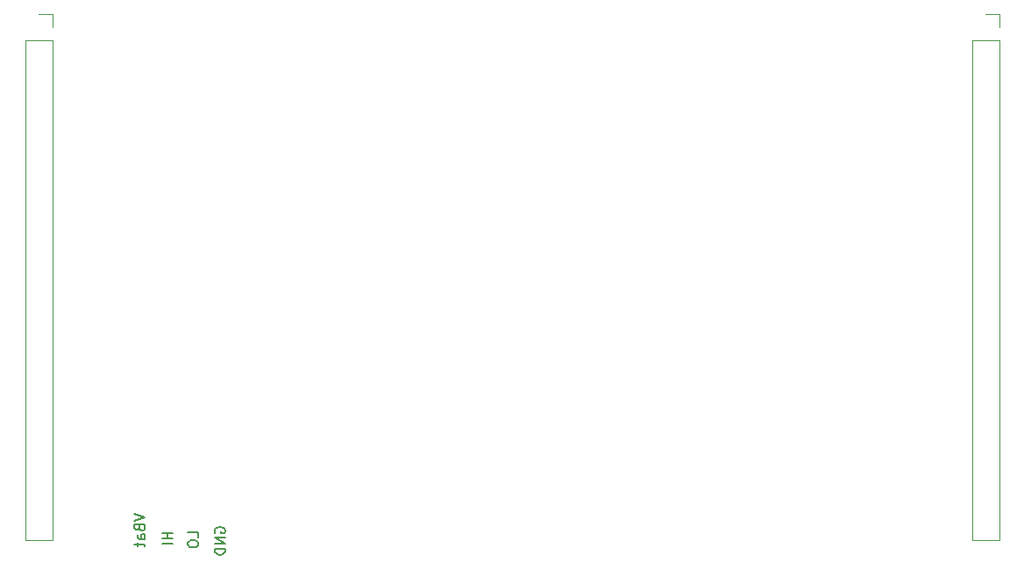
<source format=gbr>
G04 #@! TF.GenerationSoftware,KiCad,Pcbnew,7.0.2-0*
G04 #@! TF.CreationDate,2023-04-27T16:56:16-04:00*
G04 #@! TF.ProjectId,TFT_CAN,5446545f-4341-44e2-9e6b-696361645f70,rev?*
G04 #@! TF.SameCoordinates,Original*
G04 #@! TF.FileFunction,Legend,Bot*
G04 #@! TF.FilePolarity,Positive*
%FSLAX46Y46*%
G04 Gerber Fmt 4.6, Leading zero omitted, Abs format (unit mm)*
G04 Created by KiCad (PCBNEW 7.0.2-0) date 2023-04-27 16:56:16*
%MOMM*%
%LPD*%
G01*
G04 APERTURE LIST*
%ADD10C,0.150000*%
%ADD11C,0.120000*%
G04 APERTURE END LIST*
D10*
X38308619Y-74279191D02*
X37308619Y-74279191D01*
X37784809Y-74279191D02*
X37784809Y-74850619D01*
X38308619Y-74850619D02*
X37308619Y-74850619D01*
X38308619Y-75326810D02*
X37308619Y-75326810D01*
X40797819Y-74715714D02*
X40797819Y-74239524D01*
X40797819Y-74239524D02*
X39797819Y-74239524D01*
X39797819Y-75239524D02*
X39797819Y-75430000D01*
X39797819Y-75430000D02*
X39845438Y-75525238D01*
X39845438Y-75525238D02*
X39940676Y-75620476D01*
X39940676Y-75620476D02*
X40131152Y-75668095D01*
X40131152Y-75668095D02*
X40464485Y-75668095D01*
X40464485Y-75668095D02*
X40654961Y-75620476D01*
X40654961Y-75620476D02*
X40750200Y-75525238D01*
X40750200Y-75525238D02*
X40797819Y-75430000D01*
X40797819Y-75430000D02*
X40797819Y-75239524D01*
X40797819Y-75239524D02*
X40750200Y-75144286D01*
X40750200Y-75144286D02*
X40654961Y-75049048D01*
X40654961Y-75049048D02*
X40464485Y-75001429D01*
X40464485Y-75001429D02*
X40131152Y-75001429D01*
X40131152Y-75001429D02*
X39940676Y-75049048D01*
X39940676Y-75049048D02*
X39845438Y-75144286D01*
X39845438Y-75144286D02*
X39797819Y-75239524D01*
X34641619Y-72469571D02*
X35641619Y-72802904D01*
X35641619Y-72802904D02*
X34641619Y-73136237D01*
X35117809Y-73802904D02*
X35165428Y-73945761D01*
X35165428Y-73945761D02*
X35213047Y-73993380D01*
X35213047Y-73993380D02*
X35308285Y-74040999D01*
X35308285Y-74040999D02*
X35451142Y-74040999D01*
X35451142Y-74040999D02*
X35546380Y-73993380D01*
X35546380Y-73993380D02*
X35594000Y-73945761D01*
X35594000Y-73945761D02*
X35641619Y-73850523D01*
X35641619Y-73850523D02*
X35641619Y-73469571D01*
X35641619Y-73469571D02*
X34641619Y-73469571D01*
X34641619Y-73469571D02*
X34641619Y-73802904D01*
X34641619Y-73802904D02*
X34689238Y-73898142D01*
X34689238Y-73898142D02*
X34736857Y-73945761D01*
X34736857Y-73945761D02*
X34832095Y-73993380D01*
X34832095Y-73993380D02*
X34927333Y-73993380D01*
X34927333Y-73993380D02*
X35022571Y-73945761D01*
X35022571Y-73945761D02*
X35070190Y-73898142D01*
X35070190Y-73898142D02*
X35117809Y-73802904D01*
X35117809Y-73802904D02*
X35117809Y-73469571D01*
X35641619Y-74898142D02*
X35117809Y-74898142D01*
X35117809Y-74898142D02*
X35022571Y-74850523D01*
X35022571Y-74850523D02*
X34974952Y-74755285D01*
X34974952Y-74755285D02*
X34974952Y-74564809D01*
X34974952Y-74564809D02*
X35022571Y-74469571D01*
X35594000Y-74898142D02*
X35641619Y-74802904D01*
X35641619Y-74802904D02*
X35641619Y-74564809D01*
X35641619Y-74564809D02*
X35594000Y-74469571D01*
X35594000Y-74469571D02*
X35498761Y-74421952D01*
X35498761Y-74421952D02*
X35403523Y-74421952D01*
X35403523Y-74421952D02*
X35308285Y-74469571D01*
X35308285Y-74469571D02*
X35260666Y-74564809D01*
X35260666Y-74564809D02*
X35260666Y-74802904D01*
X35260666Y-74802904D02*
X35213047Y-74898142D01*
X34974952Y-75231476D02*
X34974952Y-75612428D01*
X34641619Y-75374333D02*
X35498761Y-75374333D01*
X35498761Y-75374333D02*
X35594000Y-75421952D01*
X35594000Y-75421952D02*
X35641619Y-75517190D01*
X35641619Y-75517190D02*
X35641619Y-75612428D01*
X42436238Y-74295095D02*
X42388619Y-74199857D01*
X42388619Y-74199857D02*
X42388619Y-74057000D01*
X42388619Y-74057000D02*
X42436238Y-73914143D01*
X42436238Y-73914143D02*
X42531476Y-73818905D01*
X42531476Y-73818905D02*
X42626714Y-73771286D01*
X42626714Y-73771286D02*
X42817190Y-73723667D01*
X42817190Y-73723667D02*
X42960047Y-73723667D01*
X42960047Y-73723667D02*
X43150523Y-73771286D01*
X43150523Y-73771286D02*
X43245761Y-73818905D01*
X43245761Y-73818905D02*
X43341000Y-73914143D01*
X43341000Y-73914143D02*
X43388619Y-74057000D01*
X43388619Y-74057000D02*
X43388619Y-74152238D01*
X43388619Y-74152238D02*
X43341000Y-74295095D01*
X43341000Y-74295095D02*
X43293380Y-74342714D01*
X43293380Y-74342714D02*
X42960047Y-74342714D01*
X42960047Y-74342714D02*
X42960047Y-74152238D01*
X43388619Y-74771286D02*
X42388619Y-74771286D01*
X42388619Y-74771286D02*
X43388619Y-75342714D01*
X43388619Y-75342714D02*
X42388619Y-75342714D01*
X43388619Y-75818905D02*
X42388619Y-75818905D01*
X42388619Y-75818905D02*
X42388619Y-76057000D01*
X42388619Y-76057000D02*
X42436238Y-76199857D01*
X42436238Y-76199857D02*
X42531476Y-76295095D01*
X42531476Y-76295095D02*
X42626714Y-76342714D01*
X42626714Y-76342714D02*
X42817190Y-76390333D01*
X42817190Y-76390333D02*
X42960047Y-76390333D01*
X42960047Y-76390333D02*
X43150523Y-76342714D01*
X43150523Y-76342714D02*
X43245761Y-76295095D01*
X43245761Y-76295095D02*
X43341000Y-76199857D01*
X43341000Y-76199857D02*
X43388619Y-76057000D01*
X43388619Y-76057000D02*
X43388619Y-75818905D01*
D11*
X26730000Y-74990000D02*
X24070000Y-74990000D01*
X26730000Y-26670000D02*
X26730000Y-74990000D01*
X26730000Y-26670000D02*
X24070000Y-26670000D01*
X26730000Y-25400000D02*
X26730000Y-24070000D01*
X26730000Y-24070000D02*
X25400000Y-24070000D01*
X24070000Y-26670000D02*
X24070000Y-74990000D01*
X118170000Y-74990000D02*
X115510000Y-74990000D01*
X118170000Y-26670000D02*
X118170000Y-74990000D01*
X118170000Y-26670000D02*
X115510000Y-26670000D01*
X118170000Y-25400000D02*
X118170000Y-24070000D01*
X118170000Y-24070000D02*
X116840000Y-24070000D01*
X115510000Y-26670000D02*
X115510000Y-74990000D01*
M02*

</source>
